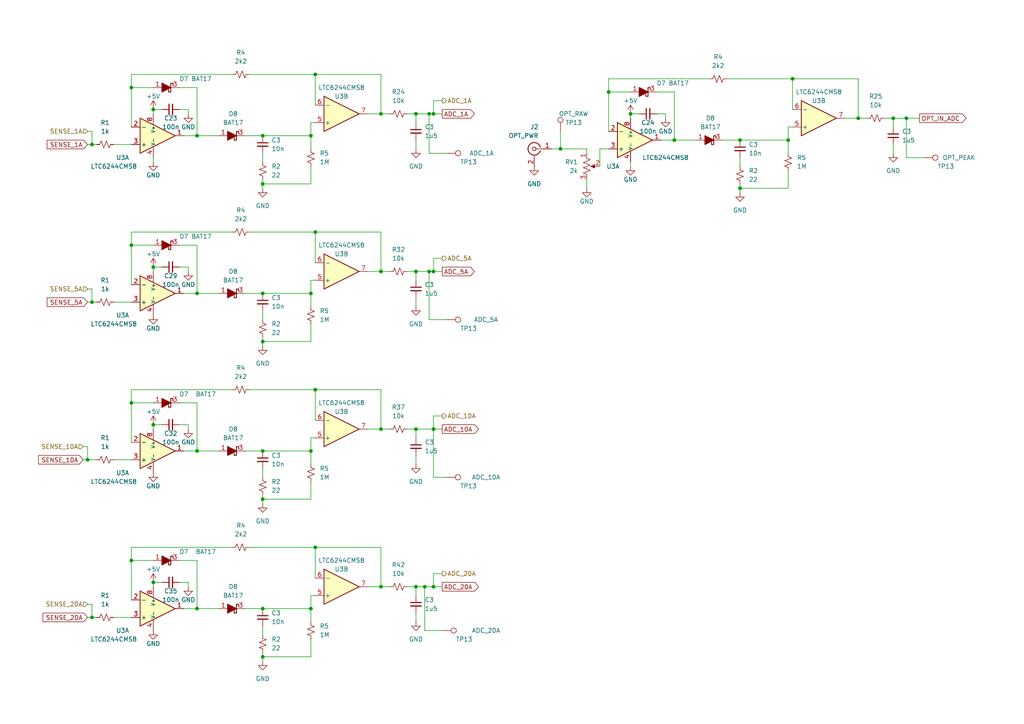
<source format=kicad_sch>
(kicad_sch (version 20231120) (generator "eeschema") (generator_version "8.0")
  (paper "A4")
  (lib_symbols
    (symbol "Connector:Conn_Coaxial" (pin_names (offset 1.016) hide)
      (property "Reference" "J" (at 0.254 3.048 0))
      (property "Value" "Conn_Coaxial" (at 2.921 0 90))
      (symbol "Conn_Coaxial_0_1"
        (arc (start -1.778 -0.508) (mid 0.2311 -1.8066) (end 1.778 0) (stroke (width 0.254)))
        (polyline (pts (xy -2.54 0) (xy -0.508 0)))
        (polyline (pts (xy 0 -2.54) (xy 0 -1.778)))
        (circle (center 0 0) (radius 0.508) (stroke (width 0.2032)))
        (arc (start 1.778 0) (mid 0.2099 1.8101) (end -1.778 0.508) (stroke (width 0.254)))
      )
      (symbol "Conn_Coaxial_1_1"
        (pin passive line (at -5.08 0 0) (length 2.54) (name "In") (number "1"))
        (pin passive line (at 0 -5.08 90) (length 2.54) (name "Ext") (number "2"))
      )
    )
    (symbol "Connector:TestPoint" (pin_numbers hide) (pin_names (offset 0.762) hide)
      (property "Reference" "TP" (at 0 6.858 0))
      (property "Value" "TestPoint" (at 0 5.08 0))
      (symbol "TestPoint_0_1"
        (circle (center 0 3.302) (radius 0.762))
      )
      (symbol "TestPoint_1_1"
        (pin passive line (at 0 0 90) (length 2.54) (name "1") (number "1"))
      )
    )
    (symbol "Device:C_Small" (pin_numbers hide) (pin_names (offset 0.254) hide)
      (property "Reference" "C" (at 0.254 1.778 0))
      (property "Value" "C_Small" (at 0.254 -2.032 0))
      (symbol "C_Small_0_1"
        (polyline (pts (xy -1.524 -0.508) (xy 1.524 -0.508)) (stroke (width 0.3302)))
        (polyline (pts (xy -1.524 0.508) (xy 1.524 0.508)) (stroke (width 0.3048)))
      )
      (symbol "C_Small_1_1"
        (pin passive line (at 0 2.54 270) (length 2.032) (name "~") (number "1"))
        (pin passive line (at 0 -2.54 90) (length 2.032) (name "~") (number "2"))
      )
    )
    (symbol "Device:R_Potentiometer_US" (pin_names (offset 1.016) hide)
      (property "Reference" "RV" (at -4.445 0 90))
      (property "Value" "R_Potentiometer_US" (at -2.54 0 90))
      (symbol "R_Potentiometer_US_0_1"
        (polyline (pts (xy 0 -2.286) (xy 0 -2.54)))
        (polyline (pts (xy 0 2.54) (xy 0 2.286)))
        (polyline (pts (xy 2.54 0) (xy 1.524 0)))
        (polyline (pts (xy 1.143 0) (xy 2.286 0.508) (xy 2.286 -0.508) (xy 1.143 0)) (fill (type outline)))
        (polyline (pts (xy 0 -0.762) (xy 1.016 -1.143) (xy 0 -1.524) (xy -1.016 -1.905) (xy 0 -2.286)))
        (polyline (pts (xy 0 0.762) (xy 1.016 0.381) (xy 0 0) (xy -1.016 -0.381) (xy 0 -0.762)))
        (polyline (pts (xy 0 2.286) (xy 1.016 1.905) (xy 0 1.524) (xy -1.016 1.143) (xy 0 0.762)))
      )
      (symbol "R_Potentiometer_US_1_1"
        (pin passive line (at 0 3.81 270) (length 1.27) (name "1") (number "1"))
        (pin passive line (at 3.81 0 180) (length 1.27) (name "2") (number "2"))
        (pin passive line (at 0 -3.81 90) (length 1.27) (name "3") (number "3"))
      )
    )
    (symbol "Device:R_Small_US" (pin_numbers hide) (pin_names (offset 0.254) hide)
      (property "Reference" "R" (at 0.762 0.508 0))
      (property "Value" "R_Small_US" (at 0.762 -1.016 0))
      (symbol "R_Small_US_1_1"
        (polyline (pts (xy 0 0) (xy 1.016 -0.381) (xy 0 -0.762) (xy -1.016 -1.143) (xy 0 -1.524)))
        (polyline (pts (xy 0 1.524) (xy 1.016 1.143) (xy 0 0.762) (xy -1.016 0.381) (xy 0 0)))
        (pin passive line (at 0 2.54 270) (length 1.016) (name "~") (number "1"))
        (pin passive line (at 0 -2.54 90) (length 1.016) (name "~") (number "2"))
      )
    )
    (symbol "PCM_Amplifier_Operational_AKL:LTC6244CMS8" (pin_names (offset 0.2))
      (property "Reference" "U" (at 1.27 7.62 0))
      (property "Value" "LTC6244CMS8" (at 1.27 5.08 0))
      (symbol "LTC6244CMS8_0_1"
        (polyline (pts (xy -3.81 5.08) (xy -3.81 -5.08) (xy 6.35 0) (xy -3.81 5.08)) (stroke (width 0.254)) (fill (type background)))
      )
      (symbol "LTC6244CMS8_1_1"
        (pin output line (at 8.89 0 180) (length 2.54) (name "~") (number "1"))
        (pin input line (at -6.35 2.54 0) (length 2.54) (name "-") (number "2"))
        (pin input line (at -6.35 -2.54 0) (length 2.54) (name "+") (number "3"))
        (pin power_in line (at 0 -6.35 90) (length 3.18) (name "V-") (number "4"))
        (pin power_in line (at 0 6.35 270) (length 3.18) (name "V+") (number "8"))
      )
      (symbol "LTC6244CMS8_2_1"
        (pin input line (at -6.35 -2.54 0) (length 2.54) (name "+") (number "5"))
        (pin input line (at -6.35 2.54 0) (length 2.54) (name "-") (number "6"))
        (pin output line (at 8.89 0 180) (length 2.54) (name "~") (number "7"))
      )
    )
    (symbol "PCM_Diode_Schottky_AKL:BAT17" (pin_names (offset 1.016) hide)
      (property "Reference" "D" (at 0 6.35 0))
      (property "Value" "BAT17" (at 0 3.81 0))
      (symbol "BAT17_0_1"
        (polyline (pts (xy -1.27 0) (xy 1.27 0)))
        (polyline (pts (xy -1.27 1.27) (xy -1.27 -1.27)) (stroke (width 0.254)))
        (polyline (pts (xy -1.27 -1.27) (xy -1.27 1.27) (xy 1.27 0) (xy -1.27 -1.27)) (stroke (width 0.254)) (fill (type outline)))
      )
      (symbol "BAT17_1_1"
        (polyline (pts (xy 1.905 0.635) (xy 1.905 1.27) (xy 1.27 1.27) (xy 1.27 -1.27) (xy 0.635 -1.27) (xy 0.635 -0.635)) (stroke (width 0.254)))
        (pin passive line (at -3.81 0 0) (length 2.54) (name "A") (number "1"))
        (pin no_connect line (at 0 0 0) (length 2.54) hide (name "NC") (number "2"))
        (pin passive line (at 3.81 0 180) (length 2.54) (name "K") (number "3"))
      )
    )
    (symbol "power:+5V" (power) (pin_names (offset 0))
      (property "Value" "+5V" (at 0 3.556 0))
      (symbol "+5V_0_1"
        (polyline (pts (xy -0.762 1.27) (xy 0 2.54)))
        (polyline (pts (xy 0 0) (xy 0 2.54)))
        (polyline (pts (xy 0 2.54) (xy 0.762 1.27)))
      )
      (symbol "+5V_1_1"
        (pin power_in line (at 0 0 90) (length 0) hide (name "+5V") (number "1"))
      )
    )
    (symbol "power:GND" (power) (pin_names (offset 0))
      (property "Value" "GND" (at 0 -3.81 0))
      (symbol "GND_0_1"
        (polyline (pts (xy 0 0) (xy 0 -1.27) (xy 1.27 -1.27) (xy 0 -2.54) (xy -1.27 -1.27) (xy 0 -1.27)))
      )
      (symbol "GND_1_1"
        (pin power_in line (at 0 0 270) (length 0) hide (name "GND") (number "1"))
      )
    )
  )
  (junction (at 44.45 123.19))
  (junction (at 124.46 78.74))
  (junction (at 38.1 71.12))
  (junction (at 90.17 176.53))
  (junction (at 26.67 87.63))
  (junction (at 120.65 33.02))
  (junction (at 176.53 26.67))
  (junction (at 229.87 22.86))
  (junction (at 125.73 170.18))
  (junction (at 195.58 40.64))
  (junction (at 90.17 130.81))
  (junction (at 76.2 190.5))
  (junction (at 76.2 53.34))
  (junction (at 76.2 176.53))
  (junction (at 91.44 158.75))
  (junction (at 26.67 179.07))
  (junction (at 76.2 144.78))
  (junction (at 38.1 162.56))
  (junction (at 26.67 41.91))
  (junction (at 25.4 133.35))
  (junction (at 76.2 85.09))
  (junction (at 120.65 78.74))
  (junction (at 57.15 85.09))
  (junction (at 182.88 33.02))
  (junction (at 125.73 78.74))
  (junction (at 57.15 39.37))
  (junction (at 162.56 43.18))
  (junction (at 91.44 21.59))
  (junction (at 76.2 39.37))
  (junction (at 90.17 85.09))
  (junction (at 262.89 34.29))
  (junction (at 123.19 170.18))
  (junction (at 76.2 99.06))
  (junction (at 248.92 34.29))
  (junction (at 214.63 40.64))
  (junction (at 90.17 39.37))
  (junction (at 38.1 116.84))
  (junction (at 44.45 31.75))
  (junction (at 125.73 33.02))
  (junction (at 259.08 34.29))
  (junction (at 110.49 78.74))
  (junction (at 110.49 170.18))
  (junction (at 57.15 130.81))
  (junction (at 44.45 77.47))
  (junction (at 120.65 124.46))
  (junction (at 124.46 33.02))
  (junction (at 125.73 124.46))
  (junction (at 91.44 67.31))
  (junction (at 76.2 130.81))
  (junction (at 91.44 113.03))
  (junction (at 38.1 25.4))
  (junction (at 120.65 170.18))
  (junction (at 110.49 124.46))
  (junction (at 214.63 54.61))
  (junction (at 110.49 33.02))
  (junction (at 57.15 176.53))
  (junction (at 44.45 168.91))
  (junction (at 228.6 40.64))
  (wire (pts (xy 228.6 54.61) (xy 214.63 54.61)))
  (wire (pts (xy 54.61 33.02) (xy 54.61 31.75)))
  (wire (pts (xy 90.17 39.37) (xy 76.2 39.37)))
  (wire (pts (xy 120.65 170.18) (xy 118.11 170.18)))
  (wire (pts (xy 76.2 189.23) (xy 76.2 190.5)))
  (wire (pts (xy 228.6 36.83) (xy 228.6 40.64)))
  (wire (pts (xy 124.46 33.02) (xy 125.73 33.02)))
  (wire (pts (xy 110.49 21.59) (xy 110.49 33.02)))
  (wire (pts (xy 52.07 25.4) (xy 57.15 25.4)))
  (wire (pts (xy 90.17 134.62) (xy 90.17 130.81)))
  (wire (pts (xy 120.65 86.36) (xy 120.65 88.9)))
  (wire (pts (xy 57.15 130.81) (xy 53.34 130.81)))
  (wire (pts (xy 90.17 85.09) (xy 76.2 85.09)))
  (wire (pts (xy 91.44 113.03) (xy 91.44 121.92)))
  (wire (pts (xy 76.2 143.51) (xy 76.2 144.78)))
  (wire (pts (xy 54.61 170.18) (xy 54.61 168.91)))
  (wire (pts (xy 91.44 158.75) (xy 91.44 167.64)))
  (wire (pts (xy 128.27 166.37) (xy 125.73 166.37)))
  (wire (pts (xy 52.07 71.12) (xy 57.15 71.12)))
  (wire (pts (xy 76.2 44.45) (xy 76.2 46.99)))
  (wire (pts (xy 54.61 123.19) (xy 52.07 123.19)))
  (wire (pts (xy 25.4 179.07) (xy 26.67 179.07)))
  (wire (pts (xy 173.99 48.26) (xy 173.99 43.18)))
  (wire (pts (xy 44.45 31.75) (xy 44.45 33.02)))
  (wire (pts (xy 176.53 26.67) (xy 176.53 38.1)))
  (wire (pts (xy 210.82 22.86) (xy 229.87 22.86)))
  (wire (pts (xy 33.02 179.07) (xy 38.1 179.07)))
  (wire (pts (xy 57.15 176.53) (xy 53.34 176.53)))
  (wire (pts (xy 90.17 190.5) (xy 76.2 190.5)))
  (wire (pts (xy 120.65 132.08) (xy 120.65 134.62)))
  (wire (pts (xy 38.1 25.4) (xy 38.1 36.83)))
  (wire (pts (xy 110.49 78.74) (xy 106.68 78.74)))
  (wire (pts (xy 120.65 127) (xy 120.65 124.46)))
  (wire (pts (xy 57.15 85.09) (xy 63.5 85.09)))
  (wire (pts (xy 38.1 71.12) (xy 44.45 71.12)))
  (wire (pts (xy 120.65 124.46) (xy 118.11 124.46)))
  (wire (pts (xy 91.44 21.59) (xy 110.49 21.59)))
  (wire (pts (xy 25.4 175.26) (xy 26.67 175.26)))
  (wire (pts (xy 26.67 175.26) (xy 26.67 179.07)))
  (wire (pts (xy 33.02 41.91) (xy 38.1 41.91)))
  (wire (pts (xy 120.65 78.74) (xy 118.11 78.74)))
  (wire (pts (xy 72.39 113.03) (xy 91.44 113.03)))
  (wire (pts (xy 267.97 45.72) (xy 262.89 45.72)))
  (wire (pts (xy 38.1 67.31) (xy 38.1 71.12)))
  (wire (pts (xy 124.46 92.71) (xy 124.46 78.74)))
  (wire (pts (xy 71.12 130.81) (xy 76.2 130.81)))
  (wire (pts (xy 91.44 67.31) (xy 91.44 76.2)))
  (wire (pts (xy 259.08 41.91) (xy 259.08 44.45)))
  (wire (pts (xy 214.63 45.72) (xy 214.63 48.26)))
  (wire (pts (xy 26.67 179.07) (xy 27.94 179.07)))
  (wire (pts (xy 91.44 127) (xy 90.17 127)))
  (wire (pts (xy 214.63 54.61) (xy 214.63 55.88)))
  (wire (pts (xy 125.73 138.43) (xy 125.73 124.46)))
  (wire (pts (xy 110.49 170.18) (xy 113.03 170.18)))
  (wire (pts (xy 44.45 31.75) (xy 46.99 31.75)))
  (wire (pts (xy 90.17 93.98) (xy 90.17 99.06)))
  (wire (pts (xy 120.65 177.8) (xy 120.65 180.34)))
  (wire (pts (xy 25.4 129.54) (xy 25.4 133.35)))
  (wire (pts (xy 76.2 90.17) (xy 76.2 92.71)))
  (wire (pts (xy 54.61 124.46) (xy 54.61 123.19)))
  (wire (pts (xy 195.58 26.67) (xy 195.58 40.64)))
  (wire (pts (xy 52.07 162.56) (xy 57.15 162.56)))
  (wire (pts (xy 57.15 162.56) (xy 57.15 176.53)))
  (wire (pts (xy 91.44 172.72) (xy 90.17 172.72)))
  (wire (pts (xy 120.65 81.28) (xy 120.65 78.74)))
  (wire (pts (xy 228.6 40.64) (xy 214.63 40.64)))
  (wire (pts (xy 90.17 35.56) (xy 90.17 39.37)))
  (wire (pts (xy 57.15 130.81) (xy 63.5 130.81)))
  (wire (pts (xy 124.46 78.74) (xy 125.73 78.74)))
  (wire (pts (xy 44.45 123.19) (xy 46.99 123.19)))
  (wire (pts (xy 44.45 168.91) (xy 46.99 168.91)))
  (wire (pts (xy 76.2 144.78) (xy 76.2 146.05)))
  (wire (pts (xy 71.12 39.37) (xy 76.2 39.37)))
  (wire (pts (xy 76.2 181.61) (xy 76.2 184.15)))
  (wire (pts (xy 120.65 35.56) (xy 120.65 33.02)))
  (wire (pts (xy 170.18 52.07) (xy 170.18 54.61)))
  (wire (pts (xy 67.31 67.31) (xy 38.1 67.31)))
  (wire (pts (xy 182.88 46.99) (xy 182.88 48.26)))
  (wire (pts (xy 209.55 40.64) (xy 214.63 40.64)))
  (wire (pts (xy 38.1 162.56) (xy 38.1 173.99)))
  (wire (pts (xy 44.45 77.47) (xy 46.99 77.47)))
  (wire (pts (xy 76.2 97.79) (xy 76.2 99.06)))
  (wire (pts (xy 38.1 21.59) (xy 38.1 25.4)))
  (wire (pts (xy 120.65 78.74) (xy 124.46 78.74)))
  (wire (pts (xy 229.87 36.83) (xy 228.6 36.83)))
  (wire (pts (xy 90.17 185.42) (xy 90.17 190.5)))
  (wire (pts (xy 162.56 38.1) (xy 162.56 43.18)))
  (wire (pts (xy 160.02 43.18) (xy 162.56 43.18)))
  (wire (pts (xy 128.27 74.93) (xy 125.73 74.93)))
  (wire (pts (xy 124.46 33.02) (xy 124.46 44.45)))
  (wire (pts (xy 129.54 92.71) (xy 124.46 92.71)))
  (wire (pts (xy 71.12 85.09) (xy 76.2 85.09)))
  (wire (pts (xy 120.65 40.64) (xy 120.65 43.18)))
  (wire (pts (xy 90.17 88.9) (xy 90.17 85.09)))
  (wire (pts (xy 54.61 31.75) (xy 52.07 31.75)))
  (wire (pts (xy 125.73 120.65) (xy 125.73 124.46)))
  (wire (pts (xy 229.87 22.86) (xy 248.92 22.86)))
  (wire (pts (xy 25.4 38.1) (xy 26.67 38.1)))
  (wire (pts (xy 44.45 45.72) (xy 44.45 46.99)))
  (wire (pts (xy 110.49 78.74) (xy 113.03 78.74)))
  (wire (pts (xy 26.67 41.91) (xy 27.94 41.91)))
  (wire (pts (xy 110.49 158.75) (xy 110.49 170.18)))
  (wire (pts (xy 90.17 48.26) (xy 90.17 53.34)))
  (wire (pts (xy 57.15 176.53) (xy 63.5 176.53)))
  (wire (pts (xy 91.44 21.59) (xy 91.44 30.48)))
  (wire (pts (xy 25.4 87.63) (xy 26.67 87.63)))
  (wire (pts (xy 72.39 21.59) (xy 91.44 21.59)))
  (wire (pts (xy 182.88 33.02) (xy 185.42 33.02)))
  (wire (pts (xy 128.27 29.21) (xy 125.73 29.21)))
  (wire (pts (xy 262.89 34.29) (xy 266.7 34.29)))
  (wire (pts (xy 195.58 40.64) (xy 201.93 40.64)))
  (wire (pts (xy 125.73 33.02) (xy 128.27 33.02)))
  (wire (pts (xy 25.4 83.82) (xy 26.67 83.82)))
  (wire (pts (xy 228.6 49.53) (xy 228.6 54.61)))
  (wire (pts (xy 262.89 34.29) (xy 262.89 45.72)))
  (wire (pts (xy 38.1 116.84) (xy 38.1 128.27)))
  (wire (pts (xy 57.15 39.37) (xy 53.34 39.37)))
  (wire (pts (xy 76.2 135.89) (xy 76.2 138.43)))
  (wire (pts (xy 120.65 170.18) (xy 123.19 170.18)))
  (wire (pts (xy 120.65 124.46) (xy 125.73 124.46)))
  (wire (pts (xy 90.17 81.28) (xy 90.17 85.09)))
  (wire (pts (xy 193.04 33.02) (xy 190.5 33.02)))
  (wire (pts (xy 26.67 83.82) (xy 26.67 87.63)))
  (wire (pts (xy 57.15 39.37) (xy 63.5 39.37)))
  (wire (pts (xy 67.31 158.75) (xy 38.1 158.75)))
  (wire (pts (xy 91.44 158.75) (xy 110.49 158.75)))
  (wire (pts (xy 57.15 116.84) (xy 57.15 130.81)))
  (wire (pts (xy 90.17 139.7) (xy 90.17 144.78)))
  (wire (pts (xy 33.02 133.35) (xy 38.1 133.35)))
  (wire (pts (xy 248.92 34.29) (xy 251.46 34.29)))
  (wire (pts (xy 91.44 81.28) (xy 90.17 81.28)))
  (wire (pts (xy 76.2 52.07) (xy 76.2 53.34)))
  (wire (pts (xy 44.45 123.19) (xy 44.45 124.46)))
  (wire (pts (xy 229.87 22.86) (xy 229.87 31.75)))
  (wire (pts (xy 38.1 113.03) (xy 38.1 116.84)))
  (wire (pts (xy 110.49 33.02) (xy 106.68 33.02)))
  (wire (pts (xy 193.04 34.29) (xy 193.04 33.02)))
  (wire (pts (xy 90.17 172.72) (xy 90.17 176.53)))
  (wire (pts (xy 214.63 53.34) (xy 214.63 54.61)))
  (wire (pts (xy 129.54 44.45) (xy 124.46 44.45)))
  (wire (pts (xy 38.1 71.12) (xy 38.1 82.55)))
  (wire (pts (xy 248.92 34.29) (xy 245.11 34.29)))
  (wire (pts (xy 128.27 182.88) (xy 123.19 182.88)))
  (wire (pts (xy 205.74 22.86) (xy 176.53 22.86)))
  (wire (pts (xy 57.15 85.09) (xy 53.34 85.09)))
  (wire (pts (xy 125.73 170.18) (xy 128.27 170.18)))
  (wire (pts (xy 67.31 21.59) (xy 38.1 21.59)))
  (wire (pts (xy 67.31 113.03) (xy 38.1 113.03)))
  (wire (pts (xy 38.1 116.84) (xy 44.45 116.84)))
  (wire (pts (xy 91.44 67.31) (xy 110.49 67.31)))
  (wire (pts (xy 26.67 38.1) (xy 26.67 41.91)))
  (wire (pts (xy 259.08 36.83) (xy 259.08 34.29)))
  (wire (pts (xy 228.6 44.45) (xy 228.6 40.64)))
  (wire (pts (xy 90.17 130.81) (xy 76.2 130.81)))
  (wire (pts (xy 76.2 53.34) (xy 76.2 54.61)))
  (wire (pts (xy 76.2 190.5) (xy 76.2 191.77)))
  (wire (pts (xy 25.4 41.91) (xy 26.67 41.91)))
  (wire (pts (xy 26.67 87.63) (xy 27.94 87.63)))
  (wire (pts (xy 25.4 133.35) (xy 27.94 133.35)))
  (wire (pts (xy 162.56 43.18) (xy 170.18 43.18)))
  (wire (pts (xy 57.15 25.4) (xy 57.15 39.37)))
  (wire (pts (xy 182.88 33.02) (xy 182.88 34.29)))
  (wire (pts (xy 125.73 166.37) (xy 125.73 170.18)))
  (wire (pts (xy 125.73 29.21) (xy 125.73 33.02)))
  (wire (pts (xy 54.61 77.47) (xy 52.07 77.47)))
  (wire (pts (xy 90.17 180.34) (xy 90.17 176.53)))
  (wire (pts (xy 90.17 127) (xy 90.17 130.81)))
  (wire (pts (xy 123.19 170.18) (xy 125.73 170.18)))
  (wire (pts (xy 44.45 168.91) (xy 44.45 170.18)))
  (wire (pts (xy 38.1 25.4) (xy 44.45 25.4)))
  (wire (pts (xy 125.73 74.93) (xy 125.73 78.74)))
  (wire (pts (xy 195.58 40.64) (xy 191.77 40.64)))
  (wire (pts (xy 248.92 22.86) (xy 248.92 34.29)))
  (wire (pts (xy 120.65 33.02) (xy 118.11 33.02)))
  (wire (pts (xy 110.49 33.02) (xy 113.03 33.02)))
  (wire (pts (xy 57.15 71.12) (xy 57.15 85.09)))
  (wire (pts (xy 120.65 33.02) (xy 124.46 33.02)))
  (wire (pts (xy 120.65 172.72) (xy 120.65 170.18)))
  (wire (pts (xy 173.99 43.18) (xy 176.53 43.18)))
  (wire (pts (xy 38.1 162.56) (xy 44.45 162.56)))
  (wire (pts (xy 259.08 34.29) (xy 262.89 34.29)))
  (wire (pts (xy 54.61 78.74) (xy 54.61 77.47)))
  (wire (pts (xy 259.08 34.29) (xy 256.54 34.29)))
  (wire (pts (xy 24.13 129.54) (xy 25.4 129.54)))
  (wire (pts (xy 90.17 53.34) (xy 76.2 53.34)))
  (wire (pts (xy 176.53 22.86) (xy 176.53 26.67)))
  (wire (pts (xy 24.13 133.35) (xy 25.4 133.35)))
  (wire (pts (xy 91.44 113.03) (xy 110.49 113.03)))
  (wire (pts (xy 72.39 158.75) (xy 91.44 158.75)))
  (wire (pts (xy 72.39 67.31) (xy 91.44 67.31)))
  (wire (pts (xy 176.53 26.67) (xy 182.88 26.67)))
  (wire (pts (xy 71.12 176.53) (xy 76.2 176.53)))
  (wire (pts (xy 91.44 35.56) (xy 90.17 35.56)))
  (wire (pts (xy 44.45 77.47) (xy 44.45 78.74)))
  (wire (pts (xy 129.54 138.43) (xy 125.73 138.43)))
  (wire (pts (xy 110.49 124.46) (xy 113.03 124.46)))
  (wire (pts (xy 33.02 87.63) (xy 38.1 87.63)))
  (wire (pts (xy 54.61 168.91) (xy 52.07 168.91)))
  (wire (pts (xy 90.17 99.06) (xy 76.2 99.06)))
  (wire (pts (xy 128.27 120.65) (xy 125.73 120.65)))
  (wire (pts (xy 125.73 78.74) (xy 128.27 78.74)))
  (wire (pts (xy 123.19 182.88) (xy 123.19 170.18)))
  (wire (pts (xy 125.73 124.46) (xy 128.27 124.46)))
  (wire (pts (xy 110.49 170.18) (xy 106.68 170.18)))
  (wire (pts (xy 110.49 124.46) (xy 106.68 124.46)))
  (wire (pts (xy 76.2 99.06) (xy 76.2 100.33)))
  (wire (pts (xy 90.17 43.18) (xy 90.17 39.37)))
  (wire (pts (xy 110.49 67.31) (xy 110.49 78.74)))
  (wire (pts (xy 170.18 43.18) (xy 170.18 44.45)))
  (wire (pts (xy 38.1 158.75) (xy 38.1 162.56)))
  (wire (pts (xy 190.5 26.67) (xy 195.58 26.67)))
  (wire (pts (xy 90.17 176.53) (xy 76.2 176.53)))
  (wire (pts (xy 52.07 116.84) (xy 57.15 116.84)))
  (wire (pts (xy 90.17 144.78) (xy 76.2 144.78)))
  (wire (pts (xy 110.49 113.03) (xy 110.49 124.46)))
  (global_label "SENSE_5A" (shape input) (at 25.4 87.63 180) (property "Intersheetrefs" "${INTERSHEET_REFS}" (effects (hide yes))))
  (global_label "ADC_5A" (shape output) (at 128.27 78.74 0) (property "Intersheetrefs" "${INTERSHEET_REFS}" (effects (hide yes))))
  (global_label "ADC_1A" (shape output) (at 128.27 33.02 0) (property "Intersheetrefs" "${INTERSHEET_REFS}" (effects (hide yes))))
  (global_label "ADC_20A" (shape output) (at 128.27 170.18 0) (property "Intersheetrefs" "${INTERSHEET_REFS}" (effects (hide yes))))
  (global_label "OPT_IN_ADC" (shape output) (at 266.7 34.29 0) (property "Intersheetrefs" "${INTERSHEET_REFS}" (effects (hide yes))))
  (global_label "ADC_10A" (shape output) (at 128.27 124.46 0) (property "Intersheetrefs" "${INTERSHEET_REFS}" (effects (hide yes))))
  (global_label "SENSE_10A" (shape input) (at 24.13 133.35 180) (property "Intersheetrefs" "${INTERSHEET_REFS}" (effects (hide yes))))
  (global_label "SENSE_1A" (shape input) (at 25.4 41.91 180) (property "Intersheetrefs" "${INTERSHEET_REFS}" (effects (hide yes))))
  (global_label "SENSE_20A" (shape input) (at 25.4 179.07 180) (property "Intersheetrefs" "${INTERSHEET_REFS}" (effects (hide yes))))
  (hierarchical_label "SENSE_1A" (shape input) (at 25.4 38.1 180))
  (hierarchical_label "ADC_1A" (shape output) (at 128.27 29.21 0))
  (hierarchical_label "ADC_10A" (shape output) (at 128.27 120.65 0))
  (hierarchical_label "SENSE_20A" (shape input) (at 25.4 175.26 180))
  (hierarchical_label "SENSE_5A" (shape input) (at 25.4 83.82 180))
  (hierarchical_label "ADC_5A" (shape output) (at 128.27 74.93 0))
  (hierarchical_label "ADC_20A" (shape output) (at 128.27 166.37 0))
  (hierarchical_label "SENSE_10A" (shape input) (at 24.13 129.54 180))
  (symbol (lib_id "Device:R_Small_US") (at 69.85 21.59 90) (unit 1)
    (property "Reference" "R4" (at 69.85 15.24 90))
    (property "Value" "2k2" (at 69.85 17.78 90))
    (property "Footprint" "Resistor_SMD:R_0603_1608Metric_Pad0.98x0.95mm_HandSolder" (effects (hide yes)))
    (instances (project "kicad_pulse_supply-rev-B" (path "" (reference "R4") (unit 1)) (path "" (reference "R22") (unit 1))))
  )
  (symbol (lib_id "power:GND") (at 54.61 33.02 0) (unit 1)
    (property "Reference" "#PWR045" (effects (hide yes)))
    (property "Value" "GND" (at 54.61 36.83 0))
  )
  (symbol (lib_id "Device:C_Small") (at 120.65 38.1 0) (unit 1)
    (property "Reference" "C3" (at 123.19 36.8363 0) (effects (justify left)))
    (property "Value" "1u5" (at 123.19 39.3763 0) (effects (justify left)))
    (property "Footprint" "Capacitor_SMD:C_0603_1608Metric_Pad1.08x0.95mm_HandSolder" (effects (hide yes)))
    (instances (project "kicad_pulse_supply-rev-B" (path "" (reference "C3") (unit 1)) (path "" (reference "C25") (unit 1))))
  )
  (symbol (lib_id "Device:R_Small_US") (at 115.57 170.18 90) (unit 1)
    (property "Reference" "R42" (at 115.57 163.83 90))
    (property "Value" "10k" (at 115.57 166.37 90))
    (property "Footprint" "Resistor_SMD:R_0603_1608Metric_Pad0.98x0.95mm_HandSolder" (effects (hide yes)))
  )
  (symbol (lib_id "Device:C_Small") (at 259.08 39.37 0) (unit 1)
    (property "Reference" "C3" (at 261.62 38.1063 0) (effects (justify left)))
    (property "Value" "1u5" (at 261.62 40.6463 0) (effects (justify left)))
    (property "Footprint" "Capacitor_SMD:C_0603_1608Metric_Pad1.08x0.95mm_HandSolder" (effects (hide yes)))
    (instances (project "kicad_pulse_supply-rev-B" (path "" (reference "C3") (unit 1)) (path "" (reference "C26") (unit 1))))
  )
  (symbol (lib_id "power:GND") (at 120.65 88.9 0) (unit 1)
    (property "Reference" "#PWR01" (effects (hide yes)))
    (property "Value" "GND" (at 120.65 93.98 0))
    (instances (project "kicad_pulse_supply-rev-B" (path "" (reference "#PWR01") (unit 1)) (path "" (reference "#PWR058") (unit 1))))
  )
  (symbol (lib_id "power:GND") (at 170.18 54.61 0) (mirror y) (unit 1)
    (property "Reference" "#PWR070" (effects (hide yes)))
    (property "Value" "GND" (at 170.18 58.42 0))
    (instances (project "kicad_pulse_supply-rev-B" (path "" (reference "#PWR070") (unit 1)) (path "" (reference "#PWR031") (unit 1)) (path "" (reference "#PWR054") (unit 1))))
  )
  (symbol (lib_id "Connector:TestPoint") (at 129.54 92.71 270) (unit 1)
    (property "Reference" "TP13" (at 135.89 95.25 90))
    (property "Value" "ADC_5A" (at 140.97 92.71 90))
    (property "Footprint" "DW_Library:Keystone-1502-2" (effects (hide yes)))
    (instances (project "kicad_pulse_supply-rev-B" (path "" (reference "TP13") (unit 1)) (path "" (reference "TP19") (unit 1))))
  )
  (symbol (lib_id "Device:R_Small_US") (at 115.57 33.02 90) (unit 1)
    (property "Reference" "R24" (at 115.57 26.67 90))
    (property "Value" "10k" (at 115.57 29.21 90))
    (property "Footprint" "Resistor_SMD:R_0603_1608Metric_Pad0.98x0.95mm_HandSolder" (effects (hide yes)))
  )
  (symbol (lib_id "Device:R_Small_US") (at 115.57 124.46 90) (unit 1)
    (property "Reference" "R37" (at 115.57 118.11 90))
    (property "Value" "10k" (at 115.57 120.65 90))
    (property "Footprint" "Resistor_SMD:R_0603_1608Metric_Pad0.98x0.95mm_HandSolder" (effects (hide yes)))
  )
  (symbol (lib_id "Device:R_Small_US") (at 76.2 49.53 0) (unit 1)
    (property "Reference" "R2" (at 78.74 48.26 0) (effects (justify left)))
    (property "Value" "22" (at 78.74 50.8 0) (effects (justify left)))
    (property "Footprint" "Resistor_SMD:R_0603_1608Metric_Pad0.98x0.95mm_HandSolder" (effects (hide yes)))
    (instances (project "kicad_pulse_supply-rev-B" (path "" (reference "R2") (unit 1)) (path "" (reference "R29") (unit 1))))
  )
  (symbol (lib_id "Device:R_Small_US") (at 208.28 22.86 90) (unit 1)
    (property "Reference" "R4" (at 208.28 16.51 90))
    (property "Value" "2k2" (at 208.28 19.05 90))
    (property "Footprint" "Resistor_SMD:R_0603_1608Metric_Pad0.98x0.95mm_HandSolder" (effects (hide yes)))
    (instances (project "kicad_pulse_supply-rev-B" (path "" (reference "R4") (unit 1)) (path "" (reference "R23") (unit 1))))
  )
  (symbol (lib_id "Device:R_Small_US") (at 76.2 140.97 0) (unit 1)
    (property "Reference" "R2" (at 78.74 139.7 0) (effects (justify left)))
    (property "Value" "22" (at 78.74 142.24 0) (effects (justify left)))
    (property "Footprint" "Resistor_SMD:R_0603_1608Metric_Pad0.98x0.95mm_HandSolder" (effects (hide yes)))
    (instances (project "kicad_pulse_supply-rev-B" (path "" (reference "R2") (unit 1)) (path "" (reference "R40") (unit 1))))
  )
  (symbol (lib_id "Device:R_Small_US") (at 76.2 186.69 0) (unit 1)
    (property "Reference" "R2" (at 78.74 185.42 0) (effects (justify left)))
    (property "Value" "22" (at 78.74 187.96 0) (effects (justify left)))
    (property "Footprint" "Resistor_SMD:R_0603_1608Metric_Pad0.98x0.95mm_HandSolder" (effects (hide yes)))
    (instances (project "kicad_pulse_supply-rev-B" (path "" (reference "R2") (unit 1)) (path "" (reference "R45") (unit 1))))
  )
  (symbol (lib_id "power:GND") (at 44.45 182.88 0) (unit 1)
    (property "Reference" "#PWR069" (effects (hide yes)))
    (property "Value" "GND" (at 44.45 186.69 0))
  )
  (symbol (lib_id "Device:R_Small_US") (at 69.85 67.31 90) (unit 1)
    (property "Reference" "R4" (at 69.85 60.96 90))
    (property "Value" "2k2" (at 69.85 63.5 90))
    (property "Footprint" "Resistor_SMD:R_0603_1608Metric_Pad0.98x0.95mm_HandSolder" (effects (hide yes)))
    (instances (project "kicad_pulse_supply-rev-B" (path "" (reference "R4") (unit 1)) (path "" (reference "R31") (unit 1))))
  )
  (symbol (lib_id "Device:R_Small_US") (at 30.48 179.07 90) (unit 1)
    (property "Reference" "R1" (at 30.48 172.72 90))
    (property "Value" "1k" (at 30.48 175.26 90))
    (property "Footprint" "Resistor_SMD:R_0603_1608Metric_Pad0.98x0.95mm_HandSolder" (effects (hide yes)))
    (instances (project "kicad_pulse_supply-rev-B" (path "" (reference "R1") (unit 1)) (path "" (reference "R43") (unit 1))))
  )
  (symbol (lib_id "Device:C_Small") (at 76.2 41.91 0) (unit 1)
    (property "Reference" "C3" (at 78.74 40.6463 0) (effects (justify left)))
    (property "Value" "10n" (at 78.74 43.1863 0) (effects (justify left)))
    (property "Footprint" "Capacitor_SMD:C_0603_1608Metric_Pad1.08x0.95mm_HandSolder" (effects (hide yes)))
    (instances (project "kicad_pulse_supply-rev-B" (path "" (reference "C3") (unit 1)) (path "" (reference "C27") (unit 1))))
  )
  (symbol (lib_id "power:GND") (at 214.63 55.88 0) (unit 1)
    (property "Reference" "#PWR01" (effects (hide yes)))
    (property "Value" "GND" (at 214.63 60.96 0))
    (instances (project "kicad_pulse_supply-rev-B" (path "" (reference "#PWR01") (unit 1)) (path "" (reference "#PWR055") (unit 1))))
  )
  (symbol (lib_id "Device:R_Small_US") (at 214.63 50.8 0) (unit 1)
    (property "Reference" "R2" (at 217.17 49.53 0) (effects (justify left)))
    (property "Value" "22" (at 217.17 52.07 0) (effects (justify left)))
    (property "Footprint" "Resistor_SMD:R_0603_1608Metric_Pad0.98x0.95mm_HandSolder" (effects (hide yes)))
    (instances (project "kicad_pulse_supply-rev-B" (path "" (reference "R2") (unit 1)) (path "" (reference "R30") (unit 1))))
  )
  (symbol (lib_id "PCM_Diode_Schottky_AKL:BAT17") (at 48.26 162.56 0) (unit 1)
    (property "Reference" "D7" (at 53.34 160.02 0))
    (property "Value" "BAT17" (at 59.69 160.02 0))
    (property "Footprint" "Package_TO_SOT_SMD:SOT-23" (effects (hide yes)))
    (property "Datasheet" "https://www.tme.eu/Document/d687487cb10ea7fc40a74e801e7f61ce/BAT17.pdf" (effects (hide yes)))
    (instances (project "kicad_pulse_supply-rev-B" (path "" (reference "D7") (unit 1)) (path "" (reference "D16") (unit 1))))
  )
  (symbol (lib_id "Device:R_Small_US") (at 30.48 41.91 90) (unit 1)
    (property "Reference" "R1" (at 30.48 35.56 90))
    (property "Value" "1k" (at 30.48 38.1 90))
    (property "Footprint" "Resistor_SMD:R_0603_1608Metric_Pad0.98x0.95mm_HandSolder" (effects (hide yes)))
    (instances (project "kicad_pulse_supply-rev-B" (path "" (reference "R1") (unit 1)) (path "" (reference "R26") (unit 1))))
  )
  (symbol (lib_id "Connector:TestPoint") (at 162.56 38.1 0) (unit 1)
    (property "Reference" "TP13" (at 166.37 35.56 0))
    (property "Value" "OPT_RAW" (at 166.37 33.02 0))
    (property "Footprint" "DW_Library:Keystone-1502-2" (effects (hide yes)))
    (instances (project "kicad_pulse_supply-rev-B" (path "" (reference "TP13") (unit 1)) (path "" (reference "TP22") (unit 1))))
  )
  (symbol (lib_id "PCM_Diode_Schottky_AKL:BAT17") (at 48.26 71.12 0) (unit 1)
    (property "Reference" "D7" (at 53.34 68.58 0))
    (property "Value" "BAT17" (at 58.42 68.58 0))
    (property "Footprint" "Package_TO_SOT_SMD:SOT-23" (effects (hide yes)))
    (property "Datasheet" "https://www.tme.eu/Document/d687487cb10ea7fc40a74e801e7f61ce/BAT17.pdf" (effects (hide yes)))
    (instances (project "kicad_pulse_supply-rev-B" (path "" (reference "D7") (unit 1)) (path "" (reference "D12") (unit 1))))
  )
  (symbol (lib_id "PCM_Diode_Schottky_AKL:BAT17") (at 67.31 39.37 0) (unit 1)
    (property "Reference" "D8" (at 67.6275 33.02 0))
    (property "Value" "BAT17" (at 67.6275 35.56 0))
    (property "Footprint" "Package_TO_SOT_SMD:SOT-23" (effects (hide yes)))
    (property "Datasheet" "https://www.tme.eu/Document/d687487cb10ea7fc40a74e801e7f61ce/BAT17.pdf" (effects (hide yes)))
    (instances (project "kicad_pulse_supply-rev-B" (path "" (reference "D8") (unit 1)) (path "" (reference "D10") (unit 1))))
  )
  (symbol (lib_id "power:+5V") (at 44.45 168.91 0) (unit 1)
    (property "Reference" "#PWR017" (effects (hide yes)))
    (property "Value" "+5V" (at 44.45 165.1 0))
    (instances (project "kicad_pulse_supply-rev-B" (path "" (reference "#PWR017") (unit 1)) (path "" (reference "#PWR066") (unit 1))))
  )
  (symbol (lib_id "PCM_Diode_Schottky_AKL:BAT17") (at 67.31 176.53 0) (unit 1)
    (property "Reference" "D8" (at 67.6275 170.18 0))
    (property "Value" "BAT17" (at 67.6275 172.72 0))
    (property "Footprint" "Package_TO_SOT_SMD:SOT-23" (effects (hide yes)))
    (property "Datasheet" "https://www.tme.eu/Document/d687487cb10ea7fc40a74e801e7f61ce/BAT17.pdf" (effects (hide yes)))
    (instances (project "kicad_pulse_supply-rev-B" (path "" (reference "D8") (unit 1)) (path "" (reference "D17") (unit 1))))
  )
  (symbol (lib_id "Device:C_Small") (at 76.2 179.07 0) (unit 1)
    (property "Reference" "C3" (at 78.74 177.8063 0) (effects (justify left)))
    (property "Value" "10n" (at 78.74 180.3463 0) (effects (justify left)))
    (property "Footprint" "Capacitor_SMD:C_0603_1608Metric_Pad1.08x0.95mm_HandSolder" (effects (hide yes)))
    (instances (project "kicad_pulse_supply-rev-B" (path "" (reference "C3") (unit 1)) (path "" (reference "C37") (unit 1))))
  )
  (symbol (lib_id "power:GND") (at 54.61 170.18 0) (unit 1)
    (property "Reference" "#PWR067" (effects (hide yes)))
    (property "Value" "GND" (at 54.61 173.99 0))
  )
  (symbol (lib_id "power:GND") (at 120.65 43.18 0) (unit 1)
    (property "Reference" "#PWR01" (effects (hide yes)))
    (property "Value" "GND" (at 120.65 48.26 0))
    (instances (project "kicad_pulse_supply-rev-B" (path "" (reference "#PWR01") (unit 1)) (path "" (reference "#PWR048") (unit 1))))
  )
  (symbol (lib_id "power:+5V") (at 44.45 31.75 0) (unit 1)
    (property "Reference" "#PWR017" (effects (hide yes)))
    (property "Value" "+5V" (at 44.45 27.94 0))
    (instances (project "kicad_pulse_supply-rev-B" (path "" (reference "#PWR017") (unit 1)) (path "" (reference "#PWR044") (unit 1))))
  )
  (symbol (lib_id "Device:R_Small_US") (at 90.17 45.72 0) (unit 1)
    (property "Reference" "R5" (at 92.71 44.45 0) (effects (justify left)))
    (property "Value" "1M" (at 92.71 46.99 0) (effects (justify left)))
    (property "Footprint" "Resistor_SMD:R_0603_1608Metric_Pad0.98x0.95mm_HandSolder" (effects (hide yes)))
    (instances (project "kicad_pulse_supply-rev-B" (path "" (reference "R5") (unit 1)) (path "" (reference "R27") (unit 1))))
  )
  (symbol (lib_id "power:GND") (at 54.61 78.74 0) (unit 1)
    (property "Reference" "#PWR057" (effects (hide yes)))
    (property "Value" "GND" (at 54.61 82.55 0))
  )
  (symbol (lib_id "power:GND") (at 54.61 124.46 0) (unit 1)
    (property "Reference" "#PWR062" (effects (hide yes)))
    (property "Value" "GND" (at 54.61 128.27 0))
  )
  (symbol (lib_id "power:GND") (at 44.45 137.16 0) (unit 1)
    (property "Reference" "#PWR064" (effects (hide yes)))
    (property "Value" "GND" (at 44.45 140.97 0))
  )
  (symbol (lib_id "Connector:TestPoint") (at 129.54 44.45 270) (unit 1)
    (property "Reference" "TP13" (at 135.89 46.99 90))
    (property "Value" "ADC_1A" (at 139.7 44.45 90))
    (property "Footprint" "DW_Library:Keystone-1502-2" (effects (hide yes)))
    (instances (project "kicad_pulse_supply-rev-B" (path "" (reference "TP13") (unit 1)) (path "" (reference "TP17") (unit 1))))
  )
  (symbol (lib_id "Device:C_Small") (at 49.53 77.47 90) (unit 1)
    (property "Reference" "C29" (at 49.53 80.01 90))
    (property "Value" "100n" (at 49.53 82.55 90))
    (property "Footprint" "Capacitor_SMD:C_0603_1608Metric_Pad1.08x0.95mm_HandSolder" (effects (hide yes)))
  )
  (symbol (lib_id "PCM_Diode_Schottky_AKL:BAT17") (at 186.69 26.67 0) (unit 1)
    (property "Reference" "D7" (at 191.77 24.13 0))
    (property "Value" "BAT17" (at 196.85 24.13 0))
    (property "Footprint" "Package_TO_SOT_SMD:SOT-23" (effects (hide yes)))
    (property "Datasheet" "https://www.tme.eu/Document/d687487cb10ea7fc40a74e801e7f61ce/BAT17.pdf" (effects (hide yes)))
    (instances (project "kicad_pulse_supply-rev-B" (path "" (reference "D7") (unit 1)) (path "" (reference "D9") (unit 1))))
  )
  (symbol (lib_id "power:GND") (at 44.45 46.99 0) (unit 1)
    (property "Reference" "#PWR050" (effects (hide yes)))
    (property "Value" "GND" (at 44.45 50.8 0))
  )
  (symbol (lib_id "PCM_Amplifier_Operational_AKL:LTC6244CMS8") (at 97.79 124.46 0) (unit 2)
    (property "Reference" "U3" (at 99.06 119.38 0))
    (property "Value" "LTC6244CMS8" (at 99.06 116.84 0))
    (property "Footprint" "Package_SO:MSOP-8_3x3mm_P0.65mm" (effects (hide yes)))
    (property "Datasheet" "https://www.tme.eu/Document/9b7e0c22f3a435802a00b60d4aff23a7/LTC6240_1_2.pdf" (effects (hide yes)))
    (instances (project "kicad_pulse_supply-rev-B" (path "" (reference "U3") (unit 2)) (path "" (reference "U10") (unit 2))))
  )
  (symbol (lib_id "Connector:TestPoint") (at 128.27 182.88 270) (unit 1)
    (property "Reference" "TP13" (at 134.62 185.42 90))
    (property "Value" "ADC_20A" (at 140.97 182.88 90))
    (property "Footprint" "DW_Library:Keystone-1502-2" (effects (hide yes)))
    (instances (project "kicad_pulse_supply-rev-B" (path "" (reference "TP13") (unit 1)) (path "" (reference "TP21") (unit 1))))
  )
  (symbol (lib_id "Device:R_Small_US") (at 90.17 182.88 0) (unit 1)
    (property "Reference" "R5" (at 92.71 181.61 0) (effects (justify left)))
    (property "Value" "1M" (at 92.71 184.15 0) (effects (justify left)))
    (property "Footprint" "Resistor_SMD:R_0603_1608Metric_Pad0.98x0.95mm_HandSolder" (effects (hide yes)))
    (instances (project "kicad_pulse_supply-rev-B" (path "" (reference "R5") (unit 1)) (path "" (reference "R44") (unit 1))))
  )
  (symbol (lib_id "Device:R_Small_US") (at 254 34.29 90) (unit 1)
    (property "Reference" "R25" (at 254 27.94 90))
    (property "Value" "10k" (at 254 30.48 90))
    (property "Footprint" "Resistor_SMD:R_0603_1608Metric_Pad0.98x0.95mm_HandSolder" (effects (hide yes)))
  )
  (symbol (lib_id "PCM_Amplifier_Operational_AKL:LTC6244CMS8") (at 44.45 176.53 0) (unit 1)
    (property "Reference" "U3" (at 35.56 182.88 0))
    (property "Value" "LTC6244CMS8" (at 33.02 185.42 0))
    (property "Footprint" "Package_SO:MSOP-8_3x3mm_P0.65mm" (effects (hide yes)))
    (property "Datasheet" "https://www.tme.eu/Document/9b7e0c22f3a435802a00b60d4aff23a7/LTC6240_1_2.pdf" (effects (hide yes)))
    (instances (project "kicad_pulse_supply-rev-B" (path "" (reference "U3") (unit 1)) (path "" (reference "U11") (unit 1))))
  )
  (symbol (lib_id "Connector:Conn_Coaxial") (at 154.94 43.18 0) (mirror y) (unit 1)
    (property "Reference" "J2" (at 156.21 36.83 0) (effects (justify left)))
    (property "Value" "OPT_PWR" (at 156.21 39.37 0) (effects (justify left)))
    (property "Footprint" "DW_Library:BNC_Molex_0731375003" (effects (hide yes)))
    (property "Datasheet" " ~" (effects (hide yes)))
    (instances (project "kicad_pulse_supply-rev-B" (path "" (reference "J2") (unit 1)) (path "" (reference "J3") (unit 1)) (path "" (reference "J3") (unit 1))))
  )
  (symbol (lib_id "PCM_Amplifier_Operational_AKL:LTC6244CMS8") (at 44.45 130.81 0) (unit 1)
    (property "Reference" "U3" (at 35.56 137.16 0))
    (property "Value" "LTC6244CMS8" (at 33.02 139.7 0))
    (property "Footprint" "Package_SO:MSOP-8_3x3mm_P0.65mm" (effects (hide yes)))
    (property "Datasheet" "https://www.tme.eu/Document/9b7e0c22f3a435802a00b60d4aff23a7/LTC6240_1_2.pdf" (effects (hide yes)))
    (instances (project "kicad_pulse_supply-rev-B" (path "" (reference "U3") (unit 1)) (path "" (reference "U10") (unit 1))))
  )
  (symbol (lib_id "Device:C_Small") (at 187.96 33.02 90) (unit 1)
    (property "Reference" "C24" (at 187.96 35.56 90))
    (property "Value" "100n" (at 187.96 38.1 90))
    (property "Footprint" "Capacitor_SMD:C_0603_1608Metric_Pad1.08x0.95mm_HandSolder" (effects (hide yes)))
  )
  (symbol (lib_id "Device:C_Small") (at 49.53 123.19 90) (unit 1)
    (property "Reference" "C32" (at 49.53 125.73 90))
    (property "Value" "100n" (at 49.53 128.27 90))
    (property "Footprint" "Capacitor_SMD:C_0603_1608Metric_Pad1.08x0.95mm_HandSolder" (effects (hide yes)))
  )
  (symbol (lib_id "PCM_Amplifier_Operational_AKL:LTC6244CMS8") (at 97.79 78.74 0) (unit 2)
    (property "Reference" "U3" (at 99.06 73.66 0))
    (property "Value" "LTC6244CMS8" (at 99.06 71.12 0))
    (property "Footprint" "Package_SO:MSOP-8_3x3mm_P0.65mm" (effects (hide yes)))
    (property "Datasheet" "https://www.tme.eu/Document/9b7e0c22f3a435802a00b60d4aff23a7/LTC6240_1_2.pdf" (effects (hide yes)))
    (instances (project "kicad_pulse_supply-rev-B" (path "" (reference "U3") (unit 2)) (path "" (reference "U9") (unit 2))))
  )
  (symbol (lib_id "power:+5V") (at 44.45 77.47 0) (unit 1)
    (property "Reference" "#PWR017" (effects (hide yes)))
    (property "Value" "+5V" (at 44.45 73.66 0))
    (instances (project "kicad_pulse_supply-rev-B" (path "" (reference "#PWR017") (unit 1)) (path "" (reference "#PWR056") (unit 1))))
  )
  (symbol (lib_id "PCM_Amplifier_Operational_AKL:LTC6244CMS8") (at 97.79 170.18 0) (unit 2)
    (property "Reference" "U3" (at 99.06 165.1 0))
    (property "Value" "LTC6244CMS8" (at 99.06 162.56 0))
    (property "Footprint" "Package_SO:MSOP-8_3x3mm_P0.65mm" (effects (hide yes)))
    (property "Datasheet" "https://www.tme.eu/Document/9b7e0c22f3a435802a00b60d4aff23a7/LTC6240_1_2.pdf" (effects (hide yes)))
    (instances (project "kicad_pulse_supply-rev-B" (path "" (reference "U3") (unit 2)) (path "" (reference "U11") (unit 2))))
  )
  (symbol (lib_id "Device:R_Small_US") (at 228.6 46.99 0) (unit 1)
    (property "Reference" "R5" (at 231.14 45.72 0) (effects (justify left)))
    (property "Value" "1M" (at 231.14 48.26 0) (effects (justify left)))
    (property "Footprint" "Resistor_SMD:R_0603_1608Metric_Pad0.98x0.95mm_HandSolder" (effects (hide yes)))
    (instances (project "kicad_pulse_supply-rev-B" (path "" (reference "R5") (unit 1)) (path "" (reference "R28") (unit 1))))
  )
  (symbol (lib_id "power:GND") (at 182.88 48.26 0) (unit 1)
    (property "Reference" "#PWR052" (effects (hide yes)))
    (property "Value" "GND" (at 182.88 52.07 0))
  )
  (symbol (lib_id "PCM_Diode_Schottky_AKL:BAT17") (at 67.31 85.09 0) (unit 1)
    (property "Reference" "D8" (at 67.6275 78.74 0))
    (property "Value" "BAT17" (at 67.6275 81.28 0))
    (property "Footprint" "Package_TO_SOT_SMD:SOT-23" (effects (hide yes)))
    (property "Datasheet" "https://www.tme.eu/Document/d687487cb10ea7fc40a74e801e7f61ce/BAT17.pdf" (effects (hide yes)))
    (instances (project "kicad_pulse_supply-rev-B" (path "" (reference "D8") (unit 1)) (path "" (reference "D13") (unit 1))))
  )
  (symbol (lib_id "PCM_Diode_Schottky_AKL:BAT17") (at 67.31 130.81 0) (unit 1)
    (property "Reference" "D8" (at 67.6275 124.46 0))
    (property "Value" "BAT17" (at 67.6275 127 0))
    (property "Footprint" "Package_TO_SOT_SMD:SOT-23" (effects (hide yes)))
    (property "Datasheet" "https://www.tme.eu/Document/d687487cb10ea7fc40a74e801e7f61ce/BAT17.pdf" (effects (hide yes)))
    (instances (project "kicad_pulse_supply-rev-B" (path "" (reference "D8") (unit 1)) (path "" (reference "D15") (unit 1))))
  )
  (symbol (lib_id "Device:R_Small_US") (at 30.48 87.63 90) (unit 1)
    (property "Reference" "R1" (at 30.48 81.28 90))
    (property "Value" "1k" (at 30.48 83.82 90))
    (property "Footprint" "Resistor_SMD:R_0603_1608Metric_Pad0.98x0.95mm_HandSolder" (effects (hide yes)))
    (instances (project "kicad_pulse_supply-rev-B" (path "" (reference "R1") (unit 1)) (path "" (reference "R33") (unit 1))))
  )
  (symbol (lib_id "Device:C_Small") (at 49.53 31.75 90) (unit 1)
    (property "Reference" "C23" (at 49.53 34.29 90))
    (property "Value" "100n" (at 49.53 36.83 90))
    (property "Footprint" "Capacitor_SMD:C_0603_1608Metric_Pad1.08x0.95mm_HandSolder" (effects (hide yes)))
  )
  (symbol (lib_id "Connector:TestPoint") (at 129.54 138.43 270) (unit 1)
    (property "Reference" "TP13" (at 135.89 140.97 90))
    (property "Value" "ADC_10A" (at 140.97 138.43 90))
    (property "Footprint" "DW_Library:Keystone-1502-2" (effects (hide yes)))
    (instances (project "kicad_pulse_supply-rev-B" (path "" (reference "TP13") (unit 1)) (path "" (reference "TP20") (unit 1))))
  )
  (symbol (lib_id "PCM_Diode_Schottky_AKL:BAT17") (at 48.26 25.4 0) (unit 1)
    (property "Reference" "D7" (at 53.34 22.86 0))
    (property "Value" "BAT17" (at 58.42 22.86 0))
    (property "Footprint" "Package_TO_SOT_SMD:SOT-23" (effects (hide yes)))
    (property "Datasheet" "https://www.tme.eu/Document/d687487cb10ea7fc40a74e801e7f61ce/BAT17.pdf" (effects (hide yes)))
    (instances (project "kicad_pulse_supply-rev-B" (path "" (reference "D7") (unit 1)) (path "" (reference "D8") (unit 1))))
  )
  (symbol (lib_id "power:+5V") (at 44.45 123.19 0) (unit 1)
    (property "Reference" "#PWR017" (effects (hide yes)))
    (property "Value" "+5V" (at 44.45 119.38 0))
    (instances (project "kicad_pulse_supply-rev-B" (path "" (reference "#PWR017") (unit 1)) (path "" (reference "#PWR061") (unit 1))))
  )
  (symbol (lib_id "PCM_Amplifier_Operational_AKL:LTC6244CMS8") (at 236.22 34.29 0) (unit 2)
    (property "Reference" "U3" (at 237.49 29.21 0))
    (property "Value" "LTC6244CMS8" (at 237.49 26.67 0))
    (property "Footprint" "Package_SO:MSOP-8_3x3mm_P0.65mm" (effects (hide yes)))
    (property "Datasheet" "https://www.tme.eu/Document/9b7e0c22f3a435802a00b60d4aff23a7/LTC6240_1_2.pdf" (effects (hide yes)))
    (instances (project "kicad_pulse_supply-rev-B" (path "" (reference "U3") (unit 2)) (path "" (reference "U8") (unit 2))))
  )
  (symbol (lib_id "power:GND") (at 259.08 44.45 0) (unit 1)
    (property "Reference" "#PWR01" (effects (hide yes)))
    (property "Value" "GND" (at 259.08 49.53 0))
    (instances (project "kicad_pulse_supply-rev-B" (path "" (reference "#PWR01") (unit 1)) (path "" (reference "#PWR049") (unit 1))))
  )
  (symbol (lib_id "Device:C_Small") (at 76.2 133.35 0) (unit 1)
    (property "Reference" "C3" (at 78.74 132.0863 0) (effects (justify left)))
    (property "Value" "10n" (at 78.74 134.6263 0) (effects (justify left)))
    (property "Footprint" "Capacitor_SMD:C_0603_1608Metric_Pad1.08x0.95mm_HandSolder" (effects (hide yes)))
    (instances (project "kicad_pulse_supply-rev-B" (path "" (reference "C3") (unit 1)) (path "" (reference "C34") (unit 1))))
  )
  (symbol (lib_id "power:GND") (at 44.45 91.44 0) (unit 1)
    (property "Reference" "#PWR059" (effects (hide yes)))
    (property "Value" "GND" (at 44.45 95.25 0))
  )
  (symbol (lib_id "Device:R_Small_US") (at 30.48 133.35 90) (unit 1)
    (property "Reference" "R1" (at 30.48 127 90))
    (property "Value" "1k" (at 30.48 129.54 90))
    (property "Footprint" "Resistor_SMD:R_0603_1608Metric_Pad0.98x0.95mm_HandSolder" (effects (hide yes)))
    (instances (project "kicad_pulse_supply-rev-B" (path "" (reference "R1") (unit 1)) (path "" (reference "R38") (unit 1))))
  )
  (symbol (lib_id "Device:R_Small_US") (at 76.2 95.25 0) (unit 1)
    (property "Reference" "R2" (at 78.74 93.98 0) (effects (justify left)))
    (property "Value" "22" (at 78.74 96.52 0) (effects (justify left)))
    (property "Footprint" "Resistor_SMD:R_0603_1608Metric_Pad0.98x0.95mm_HandSolder" (effects (hide yes)))
    (instances (project "kicad_pulse_supply-rev-B" (path "" (reference "R2") (unit 1)) (path "" (reference "R35") (unit 1))))
  )
  (symbol (lib_id "power:GND") (at 120.65 134.62 0) (unit 1)
    (property "Reference" "#PWR01" (effects (hide yes)))
    (property "Value" "GND" (at 120.65 139.7 0))
    (instances (project "kicad_pulse_supply-rev-B" (path "" (reference "#PWR01") (unit 1)) (path "" (reference "#PWR063") (unit 1))))
  )
  (symbol (lib_id "Connector:TestPoint") (at 267.97 45.72 270) (unit 1)
    (property "Reference" "TP13" (at 274.32 48.26 90))
    (property "Value" "OPT_PEAK" (at 278.13 45.72 90))
    (property "Footprint" "DW_Library:Keystone-1502-2" (effects (hide yes)))
    (instances (project "kicad_pulse_supply-rev-B" (path "" (reference "TP13") (unit 1)) (path "" (reference "TP18") (unit 1))))
  )
  (symbol (lib_id "Device:C_Small") (at 214.63 43.18 0) (unit 1)
    (property "Reference" "C3" (at 217.17 41.9163 0) (effects (justify left)))
    (property "Value" "10n" (at 217.17 44.4563 0) (effects (justify left)))
    (property "Footprint" "Capacitor_SMD:C_0603_1608Metric_Pad1.08x0.95mm_HandSolder" (effects (hide yes)))
    (instances (project "kicad_pulse_supply-rev-B" (path "" (reference "C3") (unit 1)) (path "" (reference "C28") (unit 1))))
  )
  (symbol (lib_id "power:+5V") (at 182.88 33.02 0) (unit 1)
    (property "Reference" "#PWR017" (effects (hide yes)))
    (property "Value" "+5V" (at 182.88 29.21 0))
    (instances (project "kicad_pulse_supply-rev-B" (path "" (reference "#PWR017") (unit 1)) (path "" (reference "#PWR046") (unit 1))))
  )
  (symbol (lib_id "power:GND") (at 154.94 48.26 0) (mirror y) (unit 1)
    (property "Reference" "#PWR069" (effects (hide yes)))
    (property "Value" "GND" (at 154.94 53.34 0))
    (instances (project "kicad_pulse_supply-rev-B" (path "" (reference "#PWR069") (unit 1)) (path "" (reference "#PWR031") (unit 1)) (path "" (reference "#PWR051") (unit 1))))
  )
  (symbol (lib_id "Device:R_Small_US") (at 69.85 158.75 90) (unit 1)
    (property "Reference" "R4" (at 69.85 152.4 90))
    (property "Value" "2k2" (at 69.85 154.94 90))
    (property "Footprint" "Resistor_SMD:R_0603_1608Metric_Pad0.98x0.95mm_HandSolder" (effects (hide yes)))
    (instances (project "kicad_pulse_supply-rev-B" (path "" (reference "R4") (unit 1)) (path "" (reference "R41") (unit 1))))
  )
  (symbol (lib_id "PCM_Amplifier_Operational_AKL:LTC6244CMS8") (at 44.45 39.37 0) (unit 1)
    (property "Reference" "U3" (at 35.56 45.72 0))
    (property "Value" "LTC6244CMS8" (at 33.02 48.26 0))
    (property "Footprint" "Package_SO:MSOP-8_3x3mm_P0.65mm" (effects (hide yes)))
    (property "Datasheet" "https://www.tme.eu/Document/9b7e0c22f3a435802a00b60d4aff23a7/LTC6240_1_2.pdf" (effects (hide yes)))
    (instances (project "kicad_pulse_supply-rev-B" (path "" (reference "U3") (unit 1)) (path "" (reference "U7") (unit 1))))
  )
  (symbol (lib_id "power:GND") (at 76.2 100.33 0) (unit 1)
    (property "Reference" "#PWR01" (effects (hide yes)))
    (property "Value" "GND" (at 76.2 105.41 0))
    (instances (project "kicad_pulse_supply-rev-B" (path "" (reference "#PWR01") (unit 1)) (path "" (reference "#PWR060") (unit 1))))
  )
  (symbol (lib_id "power:GND") (at 193.04 34.29 0) (unit 1)
    (property "Reference" "#PWR047" (effects (hide yes)))
    (property "Value" "GND" (at 193.04 38.1 0))
  )
  (symbol (lib_id "Device:R_Small_US") (at 90.17 91.44 0) (unit 1)
    (property "Reference" "R5" (at 92.71 90.17 0) (effects (justify left)))
    (property "Value" "1M" (at 92.71 92.71 0) (effects (justify left)))
    (property "Footprint" "Resistor_SMD:R_0603_1608Metric_Pad0.98x0.95mm_HandSolder" (effects (hide yes)))
    (instances (project "kicad_pulse_supply-rev-B" (path "" (reference "R5") (unit 1)) (path "" (reference "R34") (unit 1))))
  )
  (symbol (lib_id "Device:C_Small") (at 49.53 168.91 90) (unit 1)
    (property "Reference" "C35" (at 49.53 171.45 90))
    (property "Value" "100n" (at 49.53 173.99 90))
    (property "Footprint" "Capacitor_SMD:C_0603_1608Metric_Pad1.08x0.95mm_HandSolder" (effects (hide yes)))
  )
  (symbol (lib_id "Device:R_Potentiometer_US") (at 170.18 48.26 0) (unit 1)
    (property "Reference" "RV1" (at 167.64 46.99 0) (effects (justify right)))
    (property "Value" "2k" (at 167.64 49.53 0) (effects (justify right)))
    (property "Footprint" "Potentiometer_SMD:Potentiometer_Bourns_3214X_Vertical" (effects (hide yes)))
    (property "Part No." "3214X-1-202E" (effects (hide yes)))
  )
  (symbol (lib_id "PCM_Amplifier_Operational_AKL:LTC6244CMS8") (at 182.88 40.64 0) (unit 1)
    (property "Reference" "U3" (at 177.8 48.26 0))
    (property "Value" "LTC6244CMS8" (at 193.04 45.72 0))
    (property "Footprint" "Package_SO:MSOP-8_3x3mm_P0.65mm" (effects (hide yes)))
    (property "Datasheet" "https://www.tme.eu/Document/9b7e0c22f3a435802a00b60d4aff23a7/LTC6240_1_2.pdf" (effects (hide yes)))
    (instances (project "kicad_pulse_supply-rev-B" (path "" (reference "U3") (unit 1)) (path "" (reference "U8") (unit 1))))
  )
  (symbol (lib_id "power:GND") (at 76.2 146.05 0) (unit 1)
    (property "Reference" "#PWR01" (effects (hide yes)))
    (property "Value" "GND" (at 76.2 151.13 0))
    (instances (project "kicad_pulse_supply-rev-B" (path "" (reference "#PWR01") (unit 1)) (path "" (reference "#PWR065") (unit 1))))
  )
  (symbol (lib_id "Device:C_Small") (at 120.65 175.26 0) (unit 1)
    (property "Reference" "C3" (at 123.19 173.9963 0) (effects (justify left)))
    (property "Value" "1u5" (at 123.19 176.5363 0) (effects (justify left)))
    (property "Footprint" "Capacitor_SMD:C_0603_1608Metric_Pad1.08x0.95mm_HandSolder" (effects (hide yes)))
    (instances (project "kicad_pulse_supply-rev-B" (path "" (reference "C3") (unit 1)) (path "" (reference "C36") (unit 1))))
  )
  (symbol (lib_id "power:GND") (at 120.65 180.34 0) (unit 1)
    (property "Reference" "#PWR01" (effects (hide yes)))
    (property "Value" "GND" (at 120.65 185.42 0))
    (instances (project "kicad_pulse_supply-rev-B" (path "" (reference "#PWR01") (unit 1)) (path "" (reference "#PWR068") (unit 1))))
  )
  (symbol (lib_id "PCM_Diode_Schottky_AKL:BAT17") (at 205.74 40.64 0) (unit 1)
    (property "Reference" "D8" (at 206.0575 34.29 0))
    (property "Value" "BAT17" (at 206.0575 36.83 0))
    (property "Footprint" "Package_TO_SOT_SMD:SOT-23" (effects (hide yes)))
    (property "Datasheet" "https://www.tme.eu/Document/d687487cb10ea7fc40a74e801e7f61ce/BAT17.pdf" (effects (hide yes)))
    (instances (project "kicad_pulse_supply-rev-B" (path "" (reference "D8") (unit 1)) (path "" (reference "D11") (unit 1))))
  )
  (symbol (lib_id "power:GND") (at 76.2 54.61 0) (unit 1)
    (property "Reference" "#PWR01" (effects (hide yes)))
    (property "Value" "GND" (at 76.2 59.69 0))
    (instances (project "kicad_pulse_supply-rev-B" (path "" (reference "#PWR01") (unit 1)) (path "" (reference "#PWR053") (unit 1))))
  )
  (symbol (lib_id "PCM_Amplifier_Operational_AKL:LTC6244CMS8") (at 44.45 85.09 0) (unit 1)
    (property "Reference" "U3" (at 35.56 91.44 0))
    (property "Value" "LTC6244CMS8" (at 33.02 93.98 0))
    (property "Footprint" "Package_SO:MSOP-8_3x3mm_P0.65mm" (effects (hide yes)))
    (property "Datasheet" "https://www.tme.eu/Document/9b7e0c22f3a435802a00b60d4aff23a7/LTC6240_1_2.pdf" (effects (hide yes)))
    (instances (project "kicad_pulse_supply-rev-B" (path "" (reference "U3") (unit 1)) (path "" (reference "U9") (unit 1))))
  )
  (symbol (lib_id "PCM_Diode_Schottky_AKL:BAT17") (at 48.26 116.84 0) (unit 1)
    (property "Reference" "D7" (at 53.34 114.3 0))
    (property "Value" "BAT17" (at 59.69 114.3 0))
    (property "Footprint" "Package_TO_SOT_SMD:SOT-23" (effects (hide yes)))
    (property "Datasheet" "https://www.tme.eu/Document/d687487cb10ea7fc40a74e801e7f61ce/BAT17.pdf" (effects (hide yes)))
    (instances (project "kicad_pulse_supply-rev-B" (path "" (reference "D7") (unit 1)) (path "" (reference "D14") (unit 1))))
  )
  (symbol (lib_id "Device:C_Small") (at 120.65 83.82 0) (unit 1)
    (property "Reference" "C3" (at 123.19 82.5563 0) (effects (justify left)))
    (property "Value" "1u5" (at 123.19 85.0963 0) (effects (justify left)))
    (property "Footprint" "Capacitor_SMD:C_0603_1608Metric_Pad1.08x0.95mm_HandSolder" (effects (hide yes)))
    (instances (project "kicad_pulse_supply-rev-B" (path "" (reference "C3") (unit 1)) (path "" (reference "C30") (unit 1))))
  )
  (symbol (lib_id "Device:R_Small_US") (at 90.17 137.16 0) (unit 1)
    (property "Reference" "R5" (at 92.71 135.89 0) (effects (justify left)))
    (property "Value" "1M" (at 92.71 138.43 0) (effects (justify left)))
    (property "Footprint" "Resistor_SMD:R_0603_1608Metric_Pad0.98x0.95mm_HandSolder" (effects (hide yes)))
    (instances (project "kicad_pulse_supply-rev-B" (path "" (reference "R5") (unit 1)) (path "" (reference "R39") (unit 1))))
  )
  (symbol (lib_id "PCM_Amplifier_Operational_AKL:LTC6244CMS8") (at 97.79 33.02 0) (unit 2)
    (property "Reference" "U3" (at 99.06 27.94 0))
    (property "Value" "LTC6244CMS8" (at 99.06 25.4 0))
    (property "Footprint" "Package_SO:MSOP-8_3x3mm_P0.65mm" (effects (hide yes)))
    (property "Datasheet" "https://www.tme.eu/Document/9b7e0c22f3a435802a00b60d4aff23a7/LTC6240_1_2.pdf" (effects (hide yes)))
    (instances (project "kicad_pulse_supply-rev-B" (path "" (reference "U3") (unit 2)) (path "" (reference "U7") (unit 2))))
  )
  (symbol (lib_id "Device:C_Small") (at 120.65 129.54 0) (unit 1)
    (property "Reference" "C3" (at 123.19 128.2763 0) (effects (justify left)))
    (property "Value" "1u5" (at 123.19 130.8163 0) (effects (justify left)))
    (property "Footprint" "Capacitor_SMD:C_0603_1608Metric_Pad1.08x0.95mm_HandSolder" (effects (hide yes)))
    (instances (project "kicad_pulse_supply-rev-B" (path "" (reference "C3") (unit 1)) (path "" (reference "C33") (unit 1))))
  )
  (symbol (lib_id "power:GND") (at 76.2 191.77 0) (unit 1)
    (property "Reference" "#PWR01" (effects (hide yes)))
    (property "Value" "GND" (at 76.2 196.85 0))
    (instances (project "kicad_pulse_supply-rev-B" (path "" (reference "#PWR01") (unit 1)) (path "" (reference "#PWR070") (unit 1))))
  )
  (symbol (lib_id "Device:R_Small_US") (at 115.57 78.74 90) (unit 1)
    (property "Reference" "R32" (at 115.57 72.39 90))
    (property "Value" "10k" (at 115.57 74.93 90))
    (property "Footprint" "Resistor_SMD:R_0603_1608Metric_Pad0.98x0.95mm_HandSolder" (effects (hide yes)))
  )
  (symbol (lib_id "Device:C_Small") (at 76.2 87.63 0) (unit 1)
    (property "Reference" "C3" (at 78.74 86.3663 0) (effects (justify left)))
    (property "Value" "10n" (at 78.74 88.9063 0) (effects (justify left)))
    (property "Footprint" "Capacitor_SMD:C_0603_1608Metric_Pad1.08x0.95mm_HandSolder" (effects (hide yes)))
    (instances (project "kicad_pulse_supply-rev-B" (path "" (reference "C3") (unit 1)) (path "" (reference "C31") (unit 1))))
  )
  (symbol (lib_id "Device:R_Small_US") (at 69.85 113.03 90) (unit 1)
    (property "Reference" "R4" (at 69.85 106.68 90))
    (property "Value" "2k2" (at 69.85 109.22 90))
    (property "Footprint" "Resistor_SMD:R_0603_1608Metric_Pad0.98x0.95mm_HandSolder" (effects (hide yes)))
    (instances (project "kicad_pulse_supply-rev-B" (path "" (reference "R4") (unit 1)) (path "" (reference "R36") (unit 1))))
  )
)
</source>
